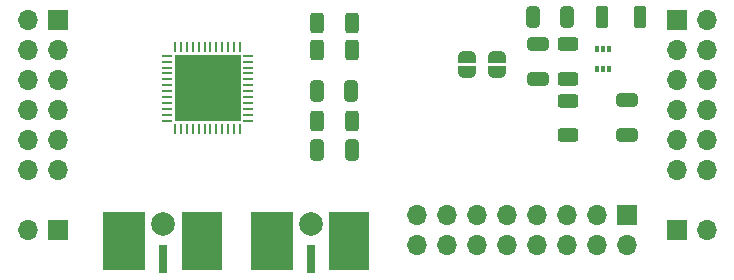
<source format=gbr>
%TF.GenerationSoftware,KiCad,Pcbnew,8.0.6*%
%TF.CreationDate,2024-11-18T23:24:10+07:00*%
%TF.ProjectId,MAX14866_PMOD,4d415831-3438-4363-965f-504d4f442e6b,rev?*%
%TF.SameCoordinates,Original*%
%TF.FileFunction,Soldermask,Top*%
%TF.FilePolarity,Negative*%
%FSLAX46Y46*%
G04 Gerber Fmt 4.6, Leading zero omitted, Abs format (unit mm)*
G04 Created by KiCad (PCBNEW 8.0.6) date 2024-11-18 23:24:10*
%MOMM*%
%LPD*%
G01*
G04 APERTURE LIST*
G04 Aperture macros list*
%AMRoundRect*
0 Rectangle with rounded corners*
0 $1 Rounding radius*
0 $2 $3 $4 $5 $6 $7 $8 $9 X,Y pos of 4 corners*
0 Add a 4 corners polygon primitive as box body*
4,1,4,$2,$3,$4,$5,$6,$7,$8,$9,$2,$3,0*
0 Add four circle primitives for the rounded corners*
1,1,$1+$1,$2,$3*
1,1,$1+$1,$4,$5*
1,1,$1+$1,$6,$7*
1,1,$1+$1,$8,$9*
0 Add four rect primitives between the rounded corners*
20,1,$1+$1,$2,$3,$4,$5,0*
20,1,$1+$1,$4,$5,$6,$7,0*
20,1,$1+$1,$6,$7,$8,$9,0*
20,1,$1+$1,$8,$9,$2,$3,0*%
%AMFreePoly0*
4,1,19,0.500000,-0.750000,0.000000,-0.750000,0.000000,-0.744911,-0.071157,-0.744911,-0.207708,-0.704816,-0.327430,-0.627875,-0.420627,-0.520320,-0.479746,-0.390866,-0.500000,-0.250000,-0.500000,0.250000,-0.479746,0.390866,-0.420627,0.520320,-0.327430,0.627875,-0.207708,0.704816,-0.071157,0.744911,0.000000,0.744911,0.000000,0.750000,0.500000,0.750000,0.500000,-0.750000,0.500000,-0.750000,
$1*%
%AMFreePoly1*
4,1,19,0.000000,0.744911,0.071157,0.744911,0.207708,0.704816,0.327430,0.627875,0.420627,0.520320,0.479746,0.390866,0.500000,0.250000,0.500000,-0.250000,0.479746,-0.390866,0.420627,-0.520320,0.327430,-0.627875,0.207708,-0.704816,0.071157,-0.744911,0.000000,-0.744911,0.000000,-0.750000,-0.500000,-0.750000,-0.500000,0.750000,0.000000,0.750000,0.000000,0.744911,0.000000,0.744911,
$1*%
G04 Aperture macros list end*
%ADD10FreePoly0,90.000000*%
%ADD11FreePoly1,90.000000*%
%ADD12C,2.000000*%
%ADD13R,0.700000X2.350000*%
%ADD14R,3.600000X4.875000*%
%ADD15R,3.500000X4.875000*%
%ADD16RoundRect,0.250000X-0.312500X-0.625000X0.312500X-0.625000X0.312500X0.625000X-0.312500X0.625000X0*%
%ADD17R,1.700000X1.700000*%
%ADD18O,1.700000X1.700000*%
%ADD19RoundRect,0.250000X0.625000X-0.312500X0.625000X0.312500X-0.625000X0.312500X-0.625000X-0.312500X0*%
%ADD20R,0.254000X0.812800*%
%ADD21R,0.812800X0.254000*%
%ADD22R,5.588000X5.588000*%
%ADD23RoundRect,0.250000X0.275000X0.700000X-0.275000X0.700000X-0.275000X-0.700000X0.275000X-0.700000X0*%
%ADD24RoundRect,0.250000X0.325000X0.650000X-0.325000X0.650000X-0.325000X-0.650000X0.325000X-0.650000X0*%
%ADD25R,0.300000X0.475000*%
%ADD26RoundRect,0.250000X0.650000X-0.325000X0.650000X0.325000X-0.650000X0.325000X-0.650000X-0.325000X0*%
%ADD27RoundRect,0.250000X-0.325000X-0.650000X0.325000X-0.650000X0.325000X0.650000X-0.325000X0.650000X0*%
G04 APERTURE END LIST*
D10*
%TO.C,JP2*%
X42500000Y17100000D03*
D11*
X42500000Y18400000D03*
%TD*%
D10*
%TO.C,JP1*%
X40000000Y17100000D03*
D11*
X40000000Y18400000D03*
%TD*%
D12*
%TO.C,REF\u002A\u002A*%
X26750000Y4250000D03*
%TD*%
D13*
%TO.C,J3*%
X26750000Y1250000D03*
D14*
X23450000Y2812500D03*
D15*
X30000000Y2812500D03*
%TD*%
D16*
%TO.C,R3*%
X27287500Y21250000D03*
X30212500Y21250000D03*
%TD*%
D17*
%TO.C,J7*%
X57710000Y3760000D03*
D18*
X60250000Y3760000D03*
%TD*%
D17*
%TO.C,J2*%
X57710000Y21540000D03*
D18*
X60250000Y21540000D03*
X57710000Y19000000D03*
X60250000Y19000000D03*
X57710000Y16460000D03*
X60250000Y16460000D03*
X57710000Y13920000D03*
X60250000Y13920000D03*
X57710000Y11380000D03*
X60250000Y11380000D03*
X57710000Y8840000D03*
X60250000Y8840000D03*
%TD*%
D19*
%TO.C,R4*%
X48500000Y16537500D03*
X48500000Y19462500D03*
%TD*%
D17*
%TO.C,J6*%
X5300000Y3720000D03*
D18*
X2760000Y3720000D03*
%TD*%
D19*
%TO.C,R5*%
X48500000Y11750000D03*
X48500000Y14675000D03*
%TD*%
D20*
%TO.C,U2*%
X20750000Y19204400D03*
X20250001Y19204400D03*
X19749999Y19204400D03*
X19250000Y19204400D03*
X18750001Y19204400D03*
X18250000Y19204400D03*
X17750000Y19204400D03*
X17249999Y19204400D03*
X16750000Y19204400D03*
X16250001Y19204400D03*
X15749999Y19204400D03*
X15250000Y19204400D03*
D21*
X14545600Y18500000D03*
X14545600Y18000001D03*
X14545600Y17499999D03*
X14545600Y17000000D03*
X14545600Y16500001D03*
X14545600Y16000000D03*
X14545600Y15500000D03*
X14545600Y14999999D03*
X14545600Y14500000D03*
X14545600Y14000001D03*
X14545600Y13499999D03*
X14545600Y13000000D03*
D20*
X15250000Y12295600D03*
X15749999Y12295600D03*
X16250001Y12295600D03*
X16750000Y12295600D03*
X17249999Y12295600D03*
X17750000Y12295600D03*
X18250000Y12295600D03*
X18750001Y12295600D03*
X19250000Y12295600D03*
X19749999Y12295600D03*
X20250001Y12295600D03*
X20750000Y12295600D03*
D21*
X21454400Y13000000D03*
X21454400Y13499999D03*
X21454400Y14000001D03*
X21454400Y14500000D03*
X21454400Y14999999D03*
X21454400Y15500000D03*
X21454400Y16000000D03*
X21454400Y16500001D03*
X21454400Y17000000D03*
X21454400Y17499999D03*
X21454400Y18000001D03*
X21454400Y18500000D03*
D22*
X18000000Y15750000D03*
%TD*%
D23*
%TO.C,L1*%
X54575000Y21750000D03*
X51425000Y21750000D03*
%TD*%
D12*
%TO.C,REF\u002A\u002A*%
X14250000Y4250000D03*
%TD*%
D24*
%TO.C,C3*%
X30179400Y15499999D03*
X27229400Y15499999D03*
%TD*%
D17*
%TO.C,J4*%
X5300000Y21500000D03*
D18*
X2760000Y21500000D03*
X5300000Y18960000D03*
X2760000Y18960000D03*
X5300000Y16420000D03*
X2760000Y16420000D03*
X5300000Y13880000D03*
X2760000Y13880000D03*
X5300000Y11340000D03*
X2760000Y11340000D03*
X5300000Y8800000D03*
X2760000Y8800000D03*
%TD*%
D25*
%TO.C,IC1*%
X51000000Y17412000D03*
X51500000Y17412000D03*
X52000000Y17412000D03*
X52000000Y19088000D03*
X51500000Y19088000D03*
X51000000Y19088000D03*
%TD*%
D26*
%TO.C,C6*%
X46000000Y16525000D03*
X46000000Y19475000D03*
%TD*%
D13*
%TO.C,J1*%
X14250000Y1250000D03*
D14*
X10950000Y2812500D03*
D15*
X17500000Y2812500D03*
%TD*%
D16*
%TO.C,R2*%
X27287500Y19000000D03*
X30212500Y19000000D03*
%TD*%
%TO.C,R1*%
X27287500Y13000000D03*
X30212500Y13000000D03*
%TD*%
D27*
%TO.C,C5*%
X45525000Y21750000D03*
X48475000Y21750000D03*
%TD*%
D24*
%TO.C,C2*%
X30225000Y10500000D03*
X27275000Y10500000D03*
%TD*%
D17*
%TO.C,J5*%
X53500000Y5040000D03*
D18*
X53500000Y2500000D03*
X50960000Y5040000D03*
X50960000Y2500000D03*
X48420000Y5040000D03*
X48420000Y2500000D03*
X45880000Y5040000D03*
X45880000Y2500000D03*
X43340000Y5040000D03*
X43340000Y2500000D03*
X40800000Y5040000D03*
X40800000Y2500000D03*
X38260000Y5040000D03*
X38260000Y2500000D03*
X35720000Y5040000D03*
X35720000Y2500000D03*
%TD*%
D26*
%TO.C,C4*%
X53500000Y11775000D03*
X53500000Y14725000D03*
%TD*%
M02*

</source>
